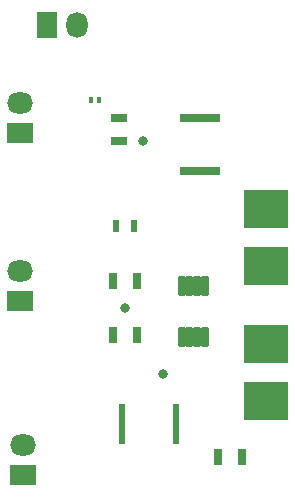
<source format=gts>
G04*
G04 #@! TF.GenerationSoftware,Altium Limited,Altium Designer,21.2.2 (38)*
G04*
G04 Layer_Color=8388736*
%FSLAX25Y25*%
%MOIN*%
G70*
G04*
G04 #@! TF.SameCoordinates,88FA53B8-33D6-4C0A-A806-AD2D67DBFD48*
G04*
G04*
G04 #@! TF.FilePolarity,Negative*
G04*
G01*
G75*
G04:AMPARAMS|DCode=24|XSize=65.87mil|YSize=26.9mil|CornerRadius=6.36mil|HoleSize=0mil|Usage=FLASHONLY|Rotation=270.000|XOffset=0mil|YOffset=0mil|HoleType=Round|Shape=RoundedRectangle|*
%AMROUNDEDRECTD24*
21,1,0.06587,0.01417,0,0,270.0*
21,1,0.05315,0.02690,0,0,270.0*
1,1,0.01272,-0.00709,-0.02657*
1,1,0.01272,-0.00709,0.02657*
1,1,0.01272,0.00709,0.02657*
1,1,0.01272,0.00709,-0.02657*
%
%ADD24ROUNDEDRECTD24*%
%ADD25R,0.02965X0.05721*%
%ADD26R,0.14580X0.13005*%
%ADD27R,0.13398X0.03162*%
%ADD28R,0.02375X0.13398*%
%ADD29R,0.02769X0.05721*%
%ADD30R,0.02375X0.04343*%
%ADD31R,0.01391X0.01981*%
%ADD32R,0.05721X0.02965*%
%ADD33R,0.07099X0.08674*%
%ADD34O,0.07099X0.08674*%
%ADD35O,0.08674X0.07099*%
%ADD36R,0.08674X0.07099*%
%ADD37C,0.03162*%
D24*
X115559Y108000D02*
D03*
X113000D02*
D03*
X110441D02*
D03*
X107882D02*
D03*
Y124929D02*
D03*
X110441D02*
D03*
X113000D02*
D03*
X115559D02*
D03*
D25*
X127937Y68000D02*
D03*
X120063D02*
D03*
D26*
X136000Y105646D02*
D03*
Y86354D02*
D03*
Y150646D02*
D03*
Y131354D02*
D03*
D27*
X114000Y163142D02*
D03*
Y180858D02*
D03*
D28*
X88142Y79000D02*
D03*
X105858D02*
D03*
D29*
X92937Y108577D02*
D03*
X85063D02*
D03*
X85126Y126500D02*
D03*
X93000D02*
D03*
D30*
X92150Y145000D02*
D03*
X85850D02*
D03*
D31*
X77819Y187000D02*
D03*
X80181D02*
D03*
D32*
X87000Y173126D02*
D03*
Y181000D02*
D03*
D33*
X63000Y212000D02*
D03*
D34*
X73000D02*
D03*
D35*
X54000Y186000D02*
D03*
X55000Y72000D02*
D03*
X54000Y130000D02*
D03*
D36*
Y176000D02*
D03*
X55000Y62000D02*
D03*
X54000Y120000D02*
D03*
D37*
X101500Y95500D02*
D03*
X94874Y173126D02*
D03*
X89063Y117437D02*
D03*
M02*

</source>
